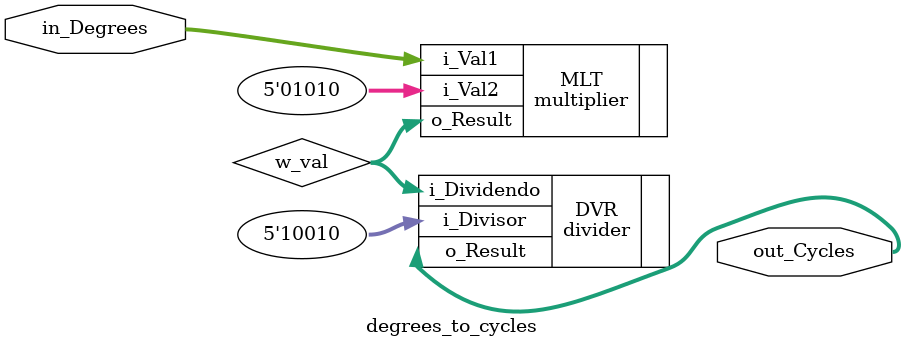
<source format=sv>
`timescale 1ns / 1ps

module degrees_to_cycles(
	// input         in_Clk,
    // input         in_Rst,
    input  [8:0]  in_Degrees,

    output [9:0] out_Cycles
);

    wire [12:0] w_val;

    multiplier MLT(
//        .i_Clk(in_Clk),
//        .i_Rst(in_Rst),
        .i_Val1(in_Degrees),
        .i_Val2(5'b01010),

        .o_Result(w_val)
    );

    divider DVR(
//        .i_Clk(in_Clk),
//        .i_Rst(in_Rst),
        .i_Divisor(5'b1_0010),
        .i_Dividendo(w_val),

        .o_Result(out_Cycles)
    );


endmodule

</source>
